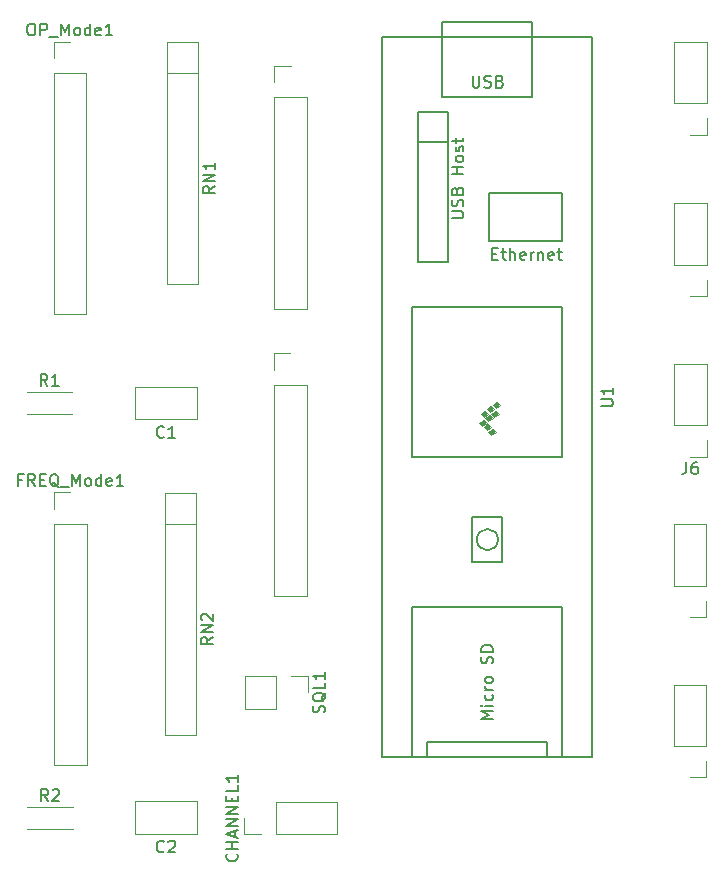
<source format=gto>
G04 #@! TF.GenerationSoftware,KiCad,Pcbnew,9.0.4*
G04 #@! TF.CreationDate,2025-09-25T22:40:15-06:00*
G04 #@! TF.ProjectId,Teensy_Controler,5465656e-7379-45f4-936f-6e74726f6c65,rev?*
G04 #@! TF.SameCoordinates,Original*
G04 #@! TF.FileFunction,Legend,Top*
G04 #@! TF.FilePolarity,Positive*
%FSLAX46Y46*%
G04 Gerber Fmt 4.6, Leading zero omitted, Abs format (unit mm)*
G04 Created by KiCad (PCBNEW 9.0.4) date 2025-09-25 22:40:15*
%MOMM*%
%LPD*%
G01*
G04 APERTURE LIST*
%ADD10C,0.150000*%
%ADD11C,0.120000*%
%ADD12C,0.100000*%
G04 APERTURE END LIST*
D10*
X121398180Y-130023809D02*
X121445800Y-130071428D01*
X121445800Y-130071428D02*
X121493419Y-130214285D01*
X121493419Y-130214285D02*
X121493419Y-130309523D01*
X121493419Y-130309523D02*
X121445800Y-130452380D01*
X121445800Y-130452380D02*
X121350561Y-130547618D01*
X121350561Y-130547618D02*
X121255323Y-130595237D01*
X121255323Y-130595237D02*
X121064847Y-130642856D01*
X121064847Y-130642856D02*
X120921990Y-130642856D01*
X120921990Y-130642856D02*
X120731514Y-130595237D01*
X120731514Y-130595237D02*
X120636276Y-130547618D01*
X120636276Y-130547618D02*
X120541038Y-130452380D01*
X120541038Y-130452380D02*
X120493419Y-130309523D01*
X120493419Y-130309523D02*
X120493419Y-130214285D01*
X120493419Y-130214285D02*
X120541038Y-130071428D01*
X120541038Y-130071428D02*
X120588657Y-130023809D01*
X121493419Y-129595237D02*
X120493419Y-129595237D01*
X120969609Y-129595237D02*
X120969609Y-129023809D01*
X121493419Y-129023809D02*
X120493419Y-129023809D01*
X121207704Y-128595237D02*
X121207704Y-128119047D01*
X121493419Y-128690475D02*
X120493419Y-128357142D01*
X120493419Y-128357142D02*
X121493419Y-128023809D01*
X121493419Y-127690475D02*
X120493419Y-127690475D01*
X120493419Y-127690475D02*
X121493419Y-127119047D01*
X121493419Y-127119047D02*
X120493419Y-127119047D01*
X121493419Y-126642856D02*
X120493419Y-126642856D01*
X120493419Y-126642856D02*
X121493419Y-126071428D01*
X121493419Y-126071428D02*
X120493419Y-126071428D01*
X120969609Y-125595237D02*
X120969609Y-125261904D01*
X121493419Y-125119047D02*
X121493419Y-125595237D01*
X121493419Y-125595237D02*
X120493419Y-125595237D01*
X120493419Y-125595237D02*
X120493419Y-125119047D01*
X121493419Y-124214285D02*
X121493419Y-124690475D01*
X121493419Y-124690475D02*
X120493419Y-124690475D01*
X121493419Y-123357142D02*
X121493419Y-123928570D01*
X121493419Y-123642856D02*
X120493419Y-123642856D01*
X120493419Y-123642856D02*
X120636276Y-123738094D01*
X120636276Y-123738094D02*
X120731514Y-123833332D01*
X120731514Y-123833332D02*
X120779133Y-123928570D01*
X115220133Y-94705980D02*
X115172514Y-94753600D01*
X115172514Y-94753600D02*
X115029657Y-94801219D01*
X115029657Y-94801219D02*
X114934419Y-94801219D01*
X114934419Y-94801219D02*
X114791562Y-94753600D01*
X114791562Y-94753600D02*
X114696324Y-94658361D01*
X114696324Y-94658361D02*
X114648705Y-94563123D01*
X114648705Y-94563123D02*
X114601086Y-94372647D01*
X114601086Y-94372647D02*
X114601086Y-94229790D01*
X114601086Y-94229790D02*
X114648705Y-94039314D01*
X114648705Y-94039314D02*
X114696324Y-93944076D01*
X114696324Y-93944076D02*
X114791562Y-93848838D01*
X114791562Y-93848838D02*
X114934419Y-93801219D01*
X114934419Y-93801219D02*
X115029657Y-93801219D01*
X115029657Y-93801219D02*
X115172514Y-93848838D01*
X115172514Y-93848838D02*
X115220133Y-93896457D01*
X116172514Y-94801219D02*
X115601086Y-94801219D01*
X115886800Y-94801219D02*
X115886800Y-93801219D01*
X115886800Y-93801219D02*
X115791562Y-93944076D01*
X115791562Y-93944076D02*
X115696324Y-94039314D01*
X115696324Y-94039314D02*
X115601086Y-94086933D01*
X128796600Y-118047875D02*
X128844219Y-117905018D01*
X128844219Y-117905018D02*
X128844219Y-117666923D01*
X128844219Y-117666923D02*
X128796600Y-117571685D01*
X128796600Y-117571685D02*
X128748980Y-117524066D01*
X128748980Y-117524066D02*
X128653742Y-117476447D01*
X128653742Y-117476447D02*
X128558504Y-117476447D01*
X128558504Y-117476447D02*
X128463266Y-117524066D01*
X128463266Y-117524066D02*
X128415647Y-117571685D01*
X128415647Y-117571685D02*
X128368028Y-117666923D01*
X128368028Y-117666923D02*
X128320409Y-117857399D01*
X128320409Y-117857399D02*
X128272790Y-117952637D01*
X128272790Y-117952637D02*
X128225171Y-118000256D01*
X128225171Y-118000256D02*
X128129933Y-118047875D01*
X128129933Y-118047875D02*
X128034695Y-118047875D01*
X128034695Y-118047875D02*
X127939457Y-118000256D01*
X127939457Y-118000256D02*
X127891838Y-117952637D01*
X127891838Y-117952637D02*
X127844219Y-117857399D01*
X127844219Y-117857399D02*
X127844219Y-117619304D01*
X127844219Y-117619304D02*
X127891838Y-117476447D01*
X128939457Y-116381209D02*
X128891838Y-116476447D01*
X128891838Y-116476447D02*
X128796600Y-116571685D01*
X128796600Y-116571685D02*
X128653742Y-116714542D01*
X128653742Y-116714542D02*
X128606123Y-116809780D01*
X128606123Y-116809780D02*
X128606123Y-116905018D01*
X128844219Y-116857399D02*
X128796600Y-116952637D01*
X128796600Y-116952637D02*
X128701361Y-117047875D01*
X128701361Y-117047875D02*
X128510885Y-117095494D01*
X128510885Y-117095494D02*
X128177552Y-117095494D01*
X128177552Y-117095494D02*
X127987076Y-117047875D01*
X127987076Y-117047875D02*
X127891838Y-116952637D01*
X127891838Y-116952637D02*
X127844219Y-116857399D01*
X127844219Y-116857399D02*
X127844219Y-116666923D01*
X127844219Y-116666923D02*
X127891838Y-116571685D01*
X127891838Y-116571685D02*
X127987076Y-116476447D01*
X127987076Y-116476447D02*
X128177552Y-116428828D01*
X128177552Y-116428828D02*
X128510885Y-116428828D01*
X128510885Y-116428828D02*
X128701361Y-116476447D01*
X128701361Y-116476447D02*
X128796600Y-116571685D01*
X128796600Y-116571685D02*
X128844219Y-116666923D01*
X128844219Y-116666923D02*
X128844219Y-116857399D01*
X128844219Y-115524066D02*
X128844219Y-116000256D01*
X128844219Y-116000256D02*
X127844219Y-116000256D01*
X128844219Y-114666923D02*
X128844219Y-115238351D01*
X128844219Y-114952637D02*
X127844219Y-114952637D01*
X127844219Y-114952637D02*
X127987076Y-115047875D01*
X127987076Y-115047875D02*
X128082314Y-115143113D01*
X128082314Y-115143113D02*
X128129933Y-115238351D01*
X105421133Y-125560219D02*
X105087800Y-125084028D01*
X104849705Y-125560219D02*
X104849705Y-124560219D01*
X104849705Y-124560219D02*
X105230657Y-124560219D01*
X105230657Y-124560219D02*
X105325895Y-124607838D01*
X105325895Y-124607838D02*
X105373514Y-124655457D01*
X105373514Y-124655457D02*
X105421133Y-124750695D01*
X105421133Y-124750695D02*
X105421133Y-124893552D01*
X105421133Y-124893552D02*
X105373514Y-124988790D01*
X105373514Y-124988790D02*
X105325895Y-125036409D01*
X105325895Y-125036409D02*
X105230657Y-125084028D01*
X105230657Y-125084028D02*
X104849705Y-125084028D01*
X105802086Y-124655457D02*
X105849705Y-124607838D01*
X105849705Y-124607838D02*
X105944943Y-124560219D01*
X105944943Y-124560219D02*
X106183038Y-124560219D01*
X106183038Y-124560219D02*
X106278276Y-124607838D01*
X106278276Y-124607838D02*
X106325895Y-124655457D01*
X106325895Y-124655457D02*
X106373514Y-124750695D01*
X106373514Y-124750695D02*
X106373514Y-124845933D01*
X106373514Y-124845933D02*
X106325895Y-124988790D01*
X106325895Y-124988790D02*
X105754467Y-125560219D01*
X105754467Y-125560219D02*
X106373514Y-125560219D01*
X103219761Y-98363609D02*
X102886428Y-98363609D01*
X102886428Y-98887419D02*
X102886428Y-97887419D01*
X102886428Y-97887419D02*
X103362618Y-97887419D01*
X104314999Y-98887419D02*
X103981666Y-98411228D01*
X103743571Y-98887419D02*
X103743571Y-97887419D01*
X103743571Y-97887419D02*
X104124523Y-97887419D01*
X104124523Y-97887419D02*
X104219761Y-97935038D01*
X104219761Y-97935038D02*
X104267380Y-97982657D01*
X104267380Y-97982657D02*
X104314999Y-98077895D01*
X104314999Y-98077895D02*
X104314999Y-98220752D01*
X104314999Y-98220752D02*
X104267380Y-98315990D01*
X104267380Y-98315990D02*
X104219761Y-98363609D01*
X104219761Y-98363609D02*
X104124523Y-98411228D01*
X104124523Y-98411228D02*
X103743571Y-98411228D01*
X104743571Y-98363609D02*
X105076904Y-98363609D01*
X105219761Y-98887419D02*
X104743571Y-98887419D01*
X104743571Y-98887419D02*
X104743571Y-97887419D01*
X104743571Y-97887419D02*
X105219761Y-97887419D01*
X106314999Y-98982657D02*
X106219761Y-98935038D01*
X106219761Y-98935038D02*
X106124523Y-98839800D01*
X106124523Y-98839800D02*
X105981666Y-98696942D01*
X105981666Y-98696942D02*
X105886428Y-98649323D01*
X105886428Y-98649323D02*
X105791190Y-98649323D01*
X105838809Y-98887419D02*
X105743571Y-98839800D01*
X105743571Y-98839800D02*
X105648333Y-98744561D01*
X105648333Y-98744561D02*
X105600714Y-98554085D01*
X105600714Y-98554085D02*
X105600714Y-98220752D01*
X105600714Y-98220752D02*
X105648333Y-98030276D01*
X105648333Y-98030276D02*
X105743571Y-97935038D01*
X105743571Y-97935038D02*
X105838809Y-97887419D01*
X105838809Y-97887419D02*
X106029285Y-97887419D01*
X106029285Y-97887419D02*
X106124523Y-97935038D01*
X106124523Y-97935038D02*
X106219761Y-98030276D01*
X106219761Y-98030276D02*
X106267380Y-98220752D01*
X106267380Y-98220752D02*
X106267380Y-98554085D01*
X106267380Y-98554085D02*
X106219761Y-98744561D01*
X106219761Y-98744561D02*
X106124523Y-98839800D01*
X106124523Y-98839800D02*
X106029285Y-98887419D01*
X106029285Y-98887419D02*
X105838809Y-98887419D01*
X106457857Y-98982657D02*
X107219761Y-98982657D01*
X107457857Y-98887419D02*
X107457857Y-97887419D01*
X107457857Y-97887419D02*
X107791190Y-98601704D01*
X107791190Y-98601704D02*
X108124523Y-97887419D01*
X108124523Y-97887419D02*
X108124523Y-98887419D01*
X108743571Y-98887419D02*
X108648333Y-98839800D01*
X108648333Y-98839800D02*
X108600714Y-98792180D01*
X108600714Y-98792180D02*
X108553095Y-98696942D01*
X108553095Y-98696942D02*
X108553095Y-98411228D01*
X108553095Y-98411228D02*
X108600714Y-98315990D01*
X108600714Y-98315990D02*
X108648333Y-98268371D01*
X108648333Y-98268371D02*
X108743571Y-98220752D01*
X108743571Y-98220752D02*
X108886428Y-98220752D01*
X108886428Y-98220752D02*
X108981666Y-98268371D01*
X108981666Y-98268371D02*
X109029285Y-98315990D01*
X109029285Y-98315990D02*
X109076904Y-98411228D01*
X109076904Y-98411228D02*
X109076904Y-98696942D01*
X109076904Y-98696942D02*
X109029285Y-98792180D01*
X109029285Y-98792180D02*
X108981666Y-98839800D01*
X108981666Y-98839800D02*
X108886428Y-98887419D01*
X108886428Y-98887419D02*
X108743571Y-98887419D01*
X109934047Y-98887419D02*
X109934047Y-97887419D01*
X109934047Y-98839800D02*
X109838809Y-98887419D01*
X109838809Y-98887419D02*
X109648333Y-98887419D01*
X109648333Y-98887419D02*
X109553095Y-98839800D01*
X109553095Y-98839800D02*
X109505476Y-98792180D01*
X109505476Y-98792180D02*
X109457857Y-98696942D01*
X109457857Y-98696942D02*
X109457857Y-98411228D01*
X109457857Y-98411228D02*
X109505476Y-98315990D01*
X109505476Y-98315990D02*
X109553095Y-98268371D01*
X109553095Y-98268371D02*
X109648333Y-98220752D01*
X109648333Y-98220752D02*
X109838809Y-98220752D01*
X109838809Y-98220752D02*
X109934047Y-98268371D01*
X110791190Y-98839800D02*
X110695952Y-98887419D01*
X110695952Y-98887419D02*
X110505476Y-98887419D01*
X110505476Y-98887419D02*
X110410238Y-98839800D01*
X110410238Y-98839800D02*
X110362619Y-98744561D01*
X110362619Y-98744561D02*
X110362619Y-98363609D01*
X110362619Y-98363609D02*
X110410238Y-98268371D01*
X110410238Y-98268371D02*
X110505476Y-98220752D01*
X110505476Y-98220752D02*
X110695952Y-98220752D01*
X110695952Y-98220752D02*
X110791190Y-98268371D01*
X110791190Y-98268371D02*
X110838809Y-98363609D01*
X110838809Y-98363609D02*
X110838809Y-98458847D01*
X110838809Y-98458847D02*
X110362619Y-98554085D01*
X111791190Y-98887419D02*
X111219762Y-98887419D01*
X111505476Y-98887419D02*
X111505476Y-97887419D01*
X111505476Y-97887419D02*
X111410238Y-98030276D01*
X111410238Y-98030276D02*
X111315000Y-98125514D01*
X111315000Y-98125514D02*
X111219762Y-98173133D01*
X159458066Y-96856219D02*
X159458066Y-97570504D01*
X159458066Y-97570504D02*
X159410447Y-97713361D01*
X159410447Y-97713361D02*
X159315209Y-97808600D01*
X159315209Y-97808600D02*
X159172352Y-97856219D01*
X159172352Y-97856219D02*
X159077114Y-97856219D01*
X160362828Y-96856219D02*
X160172352Y-96856219D01*
X160172352Y-96856219D02*
X160077114Y-96903838D01*
X160077114Y-96903838D02*
X160029495Y-96951457D01*
X160029495Y-96951457D02*
X159934257Y-97094314D01*
X159934257Y-97094314D02*
X159886638Y-97284790D01*
X159886638Y-97284790D02*
X159886638Y-97665742D01*
X159886638Y-97665742D02*
X159934257Y-97760980D01*
X159934257Y-97760980D02*
X159981876Y-97808600D01*
X159981876Y-97808600D02*
X160077114Y-97856219D01*
X160077114Y-97856219D02*
X160267590Y-97856219D01*
X160267590Y-97856219D02*
X160362828Y-97808600D01*
X160362828Y-97808600D02*
X160410447Y-97760980D01*
X160410447Y-97760980D02*
X160458066Y-97665742D01*
X160458066Y-97665742D02*
X160458066Y-97427647D01*
X160458066Y-97427647D02*
X160410447Y-97332409D01*
X160410447Y-97332409D02*
X160362828Y-97284790D01*
X160362828Y-97284790D02*
X160267590Y-97237171D01*
X160267590Y-97237171D02*
X160077114Y-97237171D01*
X160077114Y-97237171D02*
X159981876Y-97284790D01*
X159981876Y-97284790D02*
X159934257Y-97332409D01*
X159934257Y-97332409D02*
X159886638Y-97427647D01*
X115220133Y-129808780D02*
X115172514Y-129856400D01*
X115172514Y-129856400D02*
X115029657Y-129904019D01*
X115029657Y-129904019D02*
X114934419Y-129904019D01*
X114934419Y-129904019D02*
X114791562Y-129856400D01*
X114791562Y-129856400D02*
X114696324Y-129761161D01*
X114696324Y-129761161D02*
X114648705Y-129665923D01*
X114648705Y-129665923D02*
X114601086Y-129475447D01*
X114601086Y-129475447D02*
X114601086Y-129332590D01*
X114601086Y-129332590D02*
X114648705Y-129142114D01*
X114648705Y-129142114D02*
X114696324Y-129046876D01*
X114696324Y-129046876D02*
X114791562Y-128951638D01*
X114791562Y-128951638D02*
X114934419Y-128904019D01*
X114934419Y-128904019D02*
X115029657Y-128904019D01*
X115029657Y-128904019D02*
X115172514Y-128951638D01*
X115172514Y-128951638D02*
X115220133Y-128999257D01*
X115601086Y-128999257D02*
X115648705Y-128951638D01*
X115648705Y-128951638D02*
X115743943Y-128904019D01*
X115743943Y-128904019D02*
X115982038Y-128904019D01*
X115982038Y-128904019D02*
X116077276Y-128951638D01*
X116077276Y-128951638D02*
X116124895Y-128999257D01*
X116124895Y-128999257D02*
X116172514Y-129094495D01*
X116172514Y-129094495D02*
X116172514Y-129189733D01*
X116172514Y-129189733D02*
X116124895Y-129332590D01*
X116124895Y-129332590D02*
X115553467Y-129904019D01*
X115553467Y-129904019D02*
X116172514Y-129904019D01*
X105370333Y-90406619D02*
X105037000Y-89930428D01*
X104798905Y-90406619D02*
X104798905Y-89406619D01*
X104798905Y-89406619D02*
X105179857Y-89406619D01*
X105179857Y-89406619D02*
X105275095Y-89454238D01*
X105275095Y-89454238D02*
X105322714Y-89501857D01*
X105322714Y-89501857D02*
X105370333Y-89597095D01*
X105370333Y-89597095D02*
X105370333Y-89739952D01*
X105370333Y-89739952D02*
X105322714Y-89835190D01*
X105322714Y-89835190D02*
X105275095Y-89882809D01*
X105275095Y-89882809D02*
X105179857Y-89930428D01*
X105179857Y-89930428D02*
X104798905Y-89930428D01*
X106322714Y-90406619D02*
X105751286Y-90406619D01*
X106037000Y-90406619D02*
X106037000Y-89406619D01*
X106037000Y-89406619D02*
X105941762Y-89549476D01*
X105941762Y-89549476D02*
X105846524Y-89644714D01*
X105846524Y-89644714D02*
X105751286Y-89692333D01*
X119528619Y-73512276D02*
X119052428Y-73845609D01*
X119528619Y-74083704D02*
X118528619Y-74083704D01*
X118528619Y-74083704D02*
X118528619Y-73702752D01*
X118528619Y-73702752D02*
X118576238Y-73607514D01*
X118576238Y-73607514D02*
X118623857Y-73559895D01*
X118623857Y-73559895D02*
X118719095Y-73512276D01*
X118719095Y-73512276D02*
X118861952Y-73512276D01*
X118861952Y-73512276D02*
X118957190Y-73559895D01*
X118957190Y-73559895D02*
X119004809Y-73607514D01*
X119004809Y-73607514D02*
X119052428Y-73702752D01*
X119052428Y-73702752D02*
X119052428Y-74083704D01*
X119528619Y-73083704D02*
X118528619Y-73083704D01*
X118528619Y-73083704D02*
X119528619Y-72512276D01*
X119528619Y-72512276D02*
X118528619Y-72512276D01*
X119528619Y-71512276D02*
X119528619Y-72083704D01*
X119528619Y-71797990D02*
X118528619Y-71797990D01*
X118528619Y-71797990D02*
X118671476Y-71893228D01*
X118671476Y-71893228D02*
X118766714Y-71988466D01*
X118766714Y-71988466D02*
X118814333Y-72083704D01*
X119376219Y-111688476D02*
X118900028Y-112021809D01*
X119376219Y-112259904D02*
X118376219Y-112259904D01*
X118376219Y-112259904D02*
X118376219Y-111878952D01*
X118376219Y-111878952D02*
X118423838Y-111783714D01*
X118423838Y-111783714D02*
X118471457Y-111736095D01*
X118471457Y-111736095D02*
X118566695Y-111688476D01*
X118566695Y-111688476D02*
X118709552Y-111688476D01*
X118709552Y-111688476D02*
X118804790Y-111736095D01*
X118804790Y-111736095D02*
X118852409Y-111783714D01*
X118852409Y-111783714D02*
X118900028Y-111878952D01*
X118900028Y-111878952D02*
X118900028Y-112259904D01*
X119376219Y-111259904D02*
X118376219Y-111259904D01*
X118376219Y-111259904D02*
X119376219Y-110688476D01*
X119376219Y-110688476D02*
X118376219Y-110688476D01*
X118471457Y-110259904D02*
X118423838Y-110212285D01*
X118423838Y-110212285D02*
X118376219Y-110117047D01*
X118376219Y-110117047D02*
X118376219Y-109878952D01*
X118376219Y-109878952D02*
X118423838Y-109783714D01*
X118423838Y-109783714D02*
X118471457Y-109736095D01*
X118471457Y-109736095D02*
X118566695Y-109688476D01*
X118566695Y-109688476D02*
X118661933Y-109688476D01*
X118661933Y-109688476D02*
X118804790Y-109736095D01*
X118804790Y-109736095D02*
X119376219Y-110307523D01*
X119376219Y-110307523D02*
X119376219Y-109688476D01*
X103907057Y-59736619D02*
X104097533Y-59736619D01*
X104097533Y-59736619D02*
X104192771Y-59784238D01*
X104192771Y-59784238D02*
X104288009Y-59879476D01*
X104288009Y-59879476D02*
X104335628Y-60069952D01*
X104335628Y-60069952D02*
X104335628Y-60403285D01*
X104335628Y-60403285D02*
X104288009Y-60593761D01*
X104288009Y-60593761D02*
X104192771Y-60689000D01*
X104192771Y-60689000D02*
X104097533Y-60736619D01*
X104097533Y-60736619D02*
X103907057Y-60736619D01*
X103907057Y-60736619D02*
X103811819Y-60689000D01*
X103811819Y-60689000D02*
X103716581Y-60593761D01*
X103716581Y-60593761D02*
X103668962Y-60403285D01*
X103668962Y-60403285D02*
X103668962Y-60069952D01*
X103668962Y-60069952D02*
X103716581Y-59879476D01*
X103716581Y-59879476D02*
X103811819Y-59784238D01*
X103811819Y-59784238D02*
X103907057Y-59736619D01*
X104764200Y-60736619D02*
X104764200Y-59736619D01*
X104764200Y-59736619D02*
X105145152Y-59736619D01*
X105145152Y-59736619D02*
X105240390Y-59784238D01*
X105240390Y-59784238D02*
X105288009Y-59831857D01*
X105288009Y-59831857D02*
X105335628Y-59927095D01*
X105335628Y-59927095D02*
X105335628Y-60069952D01*
X105335628Y-60069952D02*
X105288009Y-60165190D01*
X105288009Y-60165190D02*
X105240390Y-60212809D01*
X105240390Y-60212809D02*
X105145152Y-60260428D01*
X105145152Y-60260428D02*
X104764200Y-60260428D01*
X105526105Y-60831857D02*
X106288009Y-60831857D01*
X106526105Y-60736619D02*
X106526105Y-59736619D01*
X106526105Y-59736619D02*
X106859438Y-60450904D01*
X106859438Y-60450904D02*
X107192771Y-59736619D01*
X107192771Y-59736619D02*
X107192771Y-60736619D01*
X107811819Y-60736619D02*
X107716581Y-60689000D01*
X107716581Y-60689000D02*
X107668962Y-60641380D01*
X107668962Y-60641380D02*
X107621343Y-60546142D01*
X107621343Y-60546142D02*
X107621343Y-60260428D01*
X107621343Y-60260428D02*
X107668962Y-60165190D01*
X107668962Y-60165190D02*
X107716581Y-60117571D01*
X107716581Y-60117571D02*
X107811819Y-60069952D01*
X107811819Y-60069952D02*
X107954676Y-60069952D01*
X107954676Y-60069952D02*
X108049914Y-60117571D01*
X108049914Y-60117571D02*
X108097533Y-60165190D01*
X108097533Y-60165190D02*
X108145152Y-60260428D01*
X108145152Y-60260428D02*
X108145152Y-60546142D01*
X108145152Y-60546142D02*
X108097533Y-60641380D01*
X108097533Y-60641380D02*
X108049914Y-60689000D01*
X108049914Y-60689000D02*
X107954676Y-60736619D01*
X107954676Y-60736619D02*
X107811819Y-60736619D01*
X109002295Y-60736619D02*
X109002295Y-59736619D01*
X109002295Y-60689000D02*
X108907057Y-60736619D01*
X108907057Y-60736619D02*
X108716581Y-60736619D01*
X108716581Y-60736619D02*
X108621343Y-60689000D01*
X108621343Y-60689000D02*
X108573724Y-60641380D01*
X108573724Y-60641380D02*
X108526105Y-60546142D01*
X108526105Y-60546142D02*
X108526105Y-60260428D01*
X108526105Y-60260428D02*
X108573724Y-60165190D01*
X108573724Y-60165190D02*
X108621343Y-60117571D01*
X108621343Y-60117571D02*
X108716581Y-60069952D01*
X108716581Y-60069952D02*
X108907057Y-60069952D01*
X108907057Y-60069952D02*
X109002295Y-60117571D01*
X109859438Y-60689000D02*
X109764200Y-60736619D01*
X109764200Y-60736619D02*
X109573724Y-60736619D01*
X109573724Y-60736619D02*
X109478486Y-60689000D01*
X109478486Y-60689000D02*
X109430867Y-60593761D01*
X109430867Y-60593761D02*
X109430867Y-60212809D01*
X109430867Y-60212809D02*
X109478486Y-60117571D01*
X109478486Y-60117571D02*
X109573724Y-60069952D01*
X109573724Y-60069952D02*
X109764200Y-60069952D01*
X109764200Y-60069952D02*
X109859438Y-60117571D01*
X109859438Y-60117571D02*
X109907057Y-60212809D01*
X109907057Y-60212809D02*
X109907057Y-60308047D01*
X109907057Y-60308047D02*
X109430867Y-60403285D01*
X110859438Y-60736619D02*
X110288010Y-60736619D01*
X110573724Y-60736619D02*
X110573724Y-59736619D01*
X110573724Y-59736619D02*
X110478486Y-59879476D01*
X110478486Y-59879476D02*
X110383248Y-59974714D01*
X110383248Y-59974714D02*
X110288010Y-60022333D01*
X152235819Y-92125704D02*
X153045342Y-92125704D01*
X153045342Y-92125704D02*
X153140580Y-92078085D01*
X153140580Y-92078085D02*
X153188200Y-92030466D01*
X153188200Y-92030466D02*
X153235819Y-91935228D01*
X153235819Y-91935228D02*
X153235819Y-91744752D01*
X153235819Y-91744752D02*
X153188200Y-91649514D01*
X153188200Y-91649514D02*
X153140580Y-91601895D01*
X153140580Y-91601895D02*
X153045342Y-91554276D01*
X153045342Y-91554276D02*
X152235819Y-91554276D01*
X153235819Y-90554276D02*
X153235819Y-91125704D01*
X153235819Y-90839990D02*
X152235819Y-90839990D01*
X152235819Y-90839990D02*
X152378676Y-90935228D01*
X152378676Y-90935228D02*
X152473914Y-91030466D01*
X152473914Y-91030466D02*
X152521533Y-91125704D01*
X143075819Y-118612847D02*
X142075819Y-118612847D01*
X142075819Y-118612847D02*
X142790104Y-118279514D01*
X142790104Y-118279514D02*
X142075819Y-117946181D01*
X142075819Y-117946181D02*
X143075819Y-117946181D01*
X143075819Y-117469990D02*
X142409152Y-117469990D01*
X142075819Y-117469990D02*
X142123438Y-117517609D01*
X142123438Y-117517609D02*
X142171057Y-117469990D01*
X142171057Y-117469990D02*
X142123438Y-117422371D01*
X142123438Y-117422371D02*
X142075819Y-117469990D01*
X142075819Y-117469990D02*
X142171057Y-117469990D01*
X143028200Y-116565229D02*
X143075819Y-116660467D01*
X143075819Y-116660467D02*
X143075819Y-116850943D01*
X143075819Y-116850943D02*
X143028200Y-116946181D01*
X143028200Y-116946181D02*
X142980580Y-116993800D01*
X142980580Y-116993800D02*
X142885342Y-117041419D01*
X142885342Y-117041419D02*
X142599628Y-117041419D01*
X142599628Y-117041419D02*
X142504390Y-116993800D01*
X142504390Y-116993800D02*
X142456771Y-116946181D01*
X142456771Y-116946181D02*
X142409152Y-116850943D01*
X142409152Y-116850943D02*
X142409152Y-116660467D01*
X142409152Y-116660467D02*
X142456771Y-116565229D01*
X143075819Y-116136657D02*
X142409152Y-116136657D01*
X142599628Y-116136657D02*
X142504390Y-116089038D01*
X142504390Y-116089038D02*
X142456771Y-116041419D01*
X142456771Y-116041419D02*
X142409152Y-115946181D01*
X142409152Y-115946181D02*
X142409152Y-115850943D01*
X143075819Y-115374752D02*
X143028200Y-115469990D01*
X143028200Y-115469990D02*
X142980580Y-115517609D01*
X142980580Y-115517609D02*
X142885342Y-115565228D01*
X142885342Y-115565228D02*
X142599628Y-115565228D01*
X142599628Y-115565228D02*
X142504390Y-115517609D01*
X142504390Y-115517609D02*
X142456771Y-115469990D01*
X142456771Y-115469990D02*
X142409152Y-115374752D01*
X142409152Y-115374752D02*
X142409152Y-115231895D01*
X142409152Y-115231895D02*
X142456771Y-115136657D01*
X142456771Y-115136657D02*
X142504390Y-115089038D01*
X142504390Y-115089038D02*
X142599628Y-115041419D01*
X142599628Y-115041419D02*
X142885342Y-115041419D01*
X142885342Y-115041419D02*
X142980580Y-115089038D01*
X142980580Y-115089038D02*
X143028200Y-115136657D01*
X143028200Y-115136657D02*
X143075819Y-115231895D01*
X143075819Y-115231895D02*
X143075819Y-115374752D01*
X143028200Y-113898561D02*
X143075819Y-113755704D01*
X143075819Y-113755704D02*
X143075819Y-113517609D01*
X143075819Y-113517609D02*
X143028200Y-113422371D01*
X143028200Y-113422371D02*
X142980580Y-113374752D01*
X142980580Y-113374752D02*
X142885342Y-113327133D01*
X142885342Y-113327133D02*
X142790104Y-113327133D01*
X142790104Y-113327133D02*
X142694866Y-113374752D01*
X142694866Y-113374752D02*
X142647247Y-113422371D01*
X142647247Y-113422371D02*
X142599628Y-113517609D01*
X142599628Y-113517609D02*
X142552009Y-113708085D01*
X142552009Y-113708085D02*
X142504390Y-113803323D01*
X142504390Y-113803323D02*
X142456771Y-113850942D01*
X142456771Y-113850942D02*
X142361533Y-113898561D01*
X142361533Y-113898561D02*
X142266295Y-113898561D01*
X142266295Y-113898561D02*
X142171057Y-113850942D01*
X142171057Y-113850942D02*
X142123438Y-113803323D01*
X142123438Y-113803323D02*
X142075819Y-113708085D01*
X142075819Y-113708085D02*
X142075819Y-113469990D01*
X142075819Y-113469990D02*
X142123438Y-113327133D01*
X143075819Y-112898561D02*
X142075819Y-112898561D01*
X142075819Y-112898561D02*
X142075819Y-112660466D01*
X142075819Y-112660466D02*
X142123438Y-112517609D01*
X142123438Y-112517609D02*
X142218676Y-112422371D01*
X142218676Y-112422371D02*
X142313914Y-112374752D01*
X142313914Y-112374752D02*
X142504390Y-112327133D01*
X142504390Y-112327133D02*
X142647247Y-112327133D01*
X142647247Y-112327133D02*
X142837723Y-112374752D01*
X142837723Y-112374752D02*
X142932961Y-112422371D01*
X142932961Y-112422371D02*
X143028200Y-112517609D01*
X143028200Y-112517609D02*
X143075819Y-112660466D01*
X143075819Y-112660466D02*
X143075819Y-112898561D01*
X139586619Y-76207523D02*
X140396142Y-76207523D01*
X140396142Y-76207523D02*
X140491380Y-76159904D01*
X140491380Y-76159904D02*
X140539000Y-76112285D01*
X140539000Y-76112285D02*
X140586619Y-76017047D01*
X140586619Y-76017047D02*
X140586619Y-75826571D01*
X140586619Y-75826571D02*
X140539000Y-75731333D01*
X140539000Y-75731333D02*
X140491380Y-75683714D01*
X140491380Y-75683714D02*
X140396142Y-75636095D01*
X140396142Y-75636095D02*
X139586619Y-75636095D01*
X140539000Y-75207523D02*
X140586619Y-75064666D01*
X140586619Y-75064666D02*
X140586619Y-74826571D01*
X140586619Y-74826571D02*
X140539000Y-74731333D01*
X140539000Y-74731333D02*
X140491380Y-74683714D01*
X140491380Y-74683714D02*
X140396142Y-74636095D01*
X140396142Y-74636095D02*
X140300904Y-74636095D01*
X140300904Y-74636095D02*
X140205666Y-74683714D01*
X140205666Y-74683714D02*
X140158047Y-74731333D01*
X140158047Y-74731333D02*
X140110428Y-74826571D01*
X140110428Y-74826571D02*
X140062809Y-75017047D01*
X140062809Y-75017047D02*
X140015190Y-75112285D01*
X140015190Y-75112285D02*
X139967571Y-75159904D01*
X139967571Y-75159904D02*
X139872333Y-75207523D01*
X139872333Y-75207523D02*
X139777095Y-75207523D01*
X139777095Y-75207523D02*
X139681857Y-75159904D01*
X139681857Y-75159904D02*
X139634238Y-75112285D01*
X139634238Y-75112285D02*
X139586619Y-75017047D01*
X139586619Y-75017047D02*
X139586619Y-74778952D01*
X139586619Y-74778952D02*
X139634238Y-74636095D01*
X140062809Y-73874190D02*
X140110428Y-73731333D01*
X140110428Y-73731333D02*
X140158047Y-73683714D01*
X140158047Y-73683714D02*
X140253285Y-73636095D01*
X140253285Y-73636095D02*
X140396142Y-73636095D01*
X140396142Y-73636095D02*
X140491380Y-73683714D01*
X140491380Y-73683714D02*
X140539000Y-73731333D01*
X140539000Y-73731333D02*
X140586619Y-73826571D01*
X140586619Y-73826571D02*
X140586619Y-74207523D01*
X140586619Y-74207523D02*
X139586619Y-74207523D01*
X139586619Y-74207523D02*
X139586619Y-73874190D01*
X139586619Y-73874190D02*
X139634238Y-73778952D01*
X139634238Y-73778952D02*
X139681857Y-73731333D01*
X139681857Y-73731333D02*
X139777095Y-73683714D01*
X139777095Y-73683714D02*
X139872333Y-73683714D01*
X139872333Y-73683714D02*
X139967571Y-73731333D01*
X139967571Y-73731333D02*
X140015190Y-73778952D01*
X140015190Y-73778952D02*
X140062809Y-73874190D01*
X140062809Y-73874190D02*
X140062809Y-74207523D01*
X140586619Y-72445618D02*
X139586619Y-72445618D01*
X140062809Y-72445618D02*
X140062809Y-71874190D01*
X140586619Y-71874190D02*
X139586619Y-71874190D01*
X140586619Y-71255142D02*
X140539000Y-71350380D01*
X140539000Y-71350380D02*
X140491380Y-71397999D01*
X140491380Y-71397999D02*
X140396142Y-71445618D01*
X140396142Y-71445618D02*
X140110428Y-71445618D01*
X140110428Y-71445618D02*
X140015190Y-71397999D01*
X140015190Y-71397999D02*
X139967571Y-71350380D01*
X139967571Y-71350380D02*
X139919952Y-71255142D01*
X139919952Y-71255142D02*
X139919952Y-71112285D01*
X139919952Y-71112285D02*
X139967571Y-71017047D01*
X139967571Y-71017047D02*
X140015190Y-70969428D01*
X140015190Y-70969428D02*
X140110428Y-70921809D01*
X140110428Y-70921809D02*
X140396142Y-70921809D01*
X140396142Y-70921809D02*
X140491380Y-70969428D01*
X140491380Y-70969428D02*
X140539000Y-71017047D01*
X140539000Y-71017047D02*
X140586619Y-71112285D01*
X140586619Y-71112285D02*
X140586619Y-71255142D01*
X140539000Y-70540856D02*
X140586619Y-70445618D01*
X140586619Y-70445618D02*
X140586619Y-70255142D01*
X140586619Y-70255142D02*
X140539000Y-70159904D01*
X140539000Y-70159904D02*
X140443761Y-70112285D01*
X140443761Y-70112285D02*
X140396142Y-70112285D01*
X140396142Y-70112285D02*
X140300904Y-70159904D01*
X140300904Y-70159904D02*
X140253285Y-70255142D01*
X140253285Y-70255142D02*
X140253285Y-70397999D01*
X140253285Y-70397999D02*
X140205666Y-70493237D01*
X140205666Y-70493237D02*
X140110428Y-70540856D01*
X140110428Y-70540856D02*
X140062809Y-70540856D01*
X140062809Y-70540856D02*
X139967571Y-70493237D01*
X139967571Y-70493237D02*
X139919952Y-70397999D01*
X139919952Y-70397999D02*
X139919952Y-70255142D01*
X139919952Y-70255142D02*
X139967571Y-70159904D01*
X139919952Y-69826570D02*
X139919952Y-69445618D01*
X139586619Y-69683713D02*
X140443761Y-69683713D01*
X140443761Y-69683713D02*
X140539000Y-69636094D01*
X140539000Y-69636094D02*
X140586619Y-69540856D01*
X140586619Y-69540856D02*
X140586619Y-69445618D01*
X141359095Y-64148619D02*
X141359095Y-64958142D01*
X141359095Y-64958142D02*
X141406714Y-65053380D01*
X141406714Y-65053380D02*
X141454333Y-65101000D01*
X141454333Y-65101000D02*
X141549571Y-65148619D01*
X141549571Y-65148619D02*
X141740047Y-65148619D01*
X141740047Y-65148619D02*
X141835285Y-65101000D01*
X141835285Y-65101000D02*
X141882904Y-65053380D01*
X141882904Y-65053380D02*
X141930523Y-64958142D01*
X141930523Y-64958142D02*
X141930523Y-64148619D01*
X142359095Y-65101000D02*
X142501952Y-65148619D01*
X142501952Y-65148619D02*
X142740047Y-65148619D01*
X142740047Y-65148619D02*
X142835285Y-65101000D01*
X142835285Y-65101000D02*
X142882904Y-65053380D01*
X142882904Y-65053380D02*
X142930523Y-64958142D01*
X142930523Y-64958142D02*
X142930523Y-64862904D01*
X142930523Y-64862904D02*
X142882904Y-64767666D01*
X142882904Y-64767666D02*
X142835285Y-64720047D01*
X142835285Y-64720047D02*
X142740047Y-64672428D01*
X142740047Y-64672428D02*
X142549571Y-64624809D01*
X142549571Y-64624809D02*
X142454333Y-64577190D01*
X142454333Y-64577190D02*
X142406714Y-64529571D01*
X142406714Y-64529571D02*
X142359095Y-64434333D01*
X142359095Y-64434333D02*
X142359095Y-64339095D01*
X142359095Y-64339095D02*
X142406714Y-64243857D01*
X142406714Y-64243857D02*
X142454333Y-64196238D01*
X142454333Y-64196238D02*
X142549571Y-64148619D01*
X142549571Y-64148619D02*
X142787666Y-64148619D01*
X142787666Y-64148619D02*
X142930523Y-64196238D01*
X143692428Y-64624809D02*
X143835285Y-64672428D01*
X143835285Y-64672428D02*
X143882904Y-64720047D01*
X143882904Y-64720047D02*
X143930523Y-64815285D01*
X143930523Y-64815285D02*
X143930523Y-64958142D01*
X143930523Y-64958142D02*
X143882904Y-65053380D01*
X143882904Y-65053380D02*
X143835285Y-65101000D01*
X143835285Y-65101000D02*
X143740047Y-65148619D01*
X143740047Y-65148619D02*
X143359095Y-65148619D01*
X143359095Y-65148619D02*
X143359095Y-64148619D01*
X143359095Y-64148619D02*
X143692428Y-64148619D01*
X143692428Y-64148619D02*
X143787666Y-64196238D01*
X143787666Y-64196238D02*
X143835285Y-64243857D01*
X143835285Y-64243857D02*
X143882904Y-64339095D01*
X143882904Y-64339095D02*
X143882904Y-64434333D01*
X143882904Y-64434333D02*
X143835285Y-64529571D01*
X143835285Y-64529571D02*
X143787666Y-64577190D01*
X143787666Y-64577190D02*
X143692428Y-64624809D01*
X143692428Y-64624809D02*
X143359095Y-64624809D01*
X143040456Y-79229809D02*
X143373789Y-79229809D01*
X143516646Y-79753619D02*
X143040456Y-79753619D01*
X143040456Y-79753619D02*
X143040456Y-78753619D01*
X143040456Y-78753619D02*
X143516646Y-78753619D01*
X143802361Y-79086952D02*
X144183313Y-79086952D01*
X143945218Y-78753619D02*
X143945218Y-79610761D01*
X143945218Y-79610761D02*
X143992837Y-79706000D01*
X143992837Y-79706000D02*
X144088075Y-79753619D01*
X144088075Y-79753619D02*
X144183313Y-79753619D01*
X144516647Y-79753619D02*
X144516647Y-78753619D01*
X144945218Y-79753619D02*
X144945218Y-79229809D01*
X144945218Y-79229809D02*
X144897599Y-79134571D01*
X144897599Y-79134571D02*
X144802361Y-79086952D01*
X144802361Y-79086952D02*
X144659504Y-79086952D01*
X144659504Y-79086952D02*
X144564266Y-79134571D01*
X144564266Y-79134571D02*
X144516647Y-79182190D01*
X145802361Y-79706000D02*
X145707123Y-79753619D01*
X145707123Y-79753619D02*
X145516647Y-79753619D01*
X145516647Y-79753619D02*
X145421409Y-79706000D01*
X145421409Y-79706000D02*
X145373790Y-79610761D01*
X145373790Y-79610761D02*
X145373790Y-79229809D01*
X145373790Y-79229809D02*
X145421409Y-79134571D01*
X145421409Y-79134571D02*
X145516647Y-79086952D01*
X145516647Y-79086952D02*
X145707123Y-79086952D01*
X145707123Y-79086952D02*
X145802361Y-79134571D01*
X145802361Y-79134571D02*
X145849980Y-79229809D01*
X145849980Y-79229809D02*
X145849980Y-79325047D01*
X145849980Y-79325047D02*
X145373790Y-79420285D01*
X146278552Y-79753619D02*
X146278552Y-79086952D01*
X146278552Y-79277428D02*
X146326171Y-79182190D01*
X146326171Y-79182190D02*
X146373790Y-79134571D01*
X146373790Y-79134571D02*
X146469028Y-79086952D01*
X146469028Y-79086952D02*
X146564266Y-79086952D01*
X146897600Y-79086952D02*
X146897600Y-79753619D01*
X146897600Y-79182190D02*
X146945219Y-79134571D01*
X146945219Y-79134571D02*
X147040457Y-79086952D01*
X147040457Y-79086952D02*
X147183314Y-79086952D01*
X147183314Y-79086952D02*
X147278552Y-79134571D01*
X147278552Y-79134571D02*
X147326171Y-79229809D01*
X147326171Y-79229809D02*
X147326171Y-79753619D01*
X148183314Y-79706000D02*
X148088076Y-79753619D01*
X148088076Y-79753619D02*
X147897600Y-79753619D01*
X147897600Y-79753619D02*
X147802362Y-79706000D01*
X147802362Y-79706000D02*
X147754743Y-79610761D01*
X147754743Y-79610761D02*
X147754743Y-79229809D01*
X147754743Y-79229809D02*
X147802362Y-79134571D01*
X147802362Y-79134571D02*
X147897600Y-79086952D01*
X147897600Y-79086952D02*
X148088076Y-79086952D01*
X148088076Y-79086952D02*
X148183314Y-79134571D01*
X148183314Y-79134571D02*
X148230933Y-79229809D01*
X148230933Y-79229809D02*
X148230933Y-79325047D01*
X148230933Y-79325047D02*
X147754743Y-79420285D01*
X148516648Y-79086952D02*
X148897600Y-79086952D01*
X148659505Y-78753619D02*
X148659505Y-79610761D01*
X148659505Y-79610761D02*
X148707124Y-79706000D01*
X148707124Y-79706000D02*
X148802362Y-79753619D01*
X148802362Y-79753619D02*
X148897600Y-79753619D01*
D11*
X122038600Y-128380000D02*
X122038600Y-127000000D01*
X123418600Y-128380000D02*
X122038600Y-128380000D01*
X124688600Y-125620000D02*
X129878600Y-125620000D01*
X124688600Y-128380000D02*
X124688600Y-125620000D01*
X124688600Y-128380000D02*
X129878600Y-128380000D01*
X129878600Y-128380000D02*
X129878600Y-125620000D01*
X112766800Y-90476400D02*
X118006800Y-90476400D01*
X112766800Y-93216400D02*
X112766800Y-90476400D01*
X118006800Y-90476400D02*
X118006800Y-93216400D01*
X118006800Y-93216400D02*
X112766800Y-93216400D01*
X122089400Y-114977400D02*
X122089400Y-117737400D01*
X124739400Y-114977400D02*
X122089400Y-114977400D01*
X124739400Y-114977400D02*
X124739400Y-117737400D01*
X124739400Y-117737400D02*
X122089400Y-117737400D01*
X126009400Y-114977400D02*
X127389400Y-114977400D01*
X127389400Y-114977400D02*
X127389400Y-116357400D01*
X158386000Y-120904000D02*
X158386000Y-115714000D01*
X161146000Y-115714000D02*
X158386000Y-115714000D01*
X161146000Y-120904000D02*
X158386000Y-120904000D01*
X161146000Y-120904000D02*
X161146000Y-115714000D01*
X161146000Y-122174000D02*
X161146000Y-123554000D01*
X161146000Y-123554000D02*
X159766000Y-123554000D01*
X103667800Y-126105400D02*
X107507800Y-126105400D01*
X103667800Y-127945400D02*
X107507800Y-127945400D01*
X124553200Y-87647000D02*
X125933200Y-87647000D01*
X124553200Y-89027000D02*
X124553200Y-87647000D01*
X124553200Y-90297000D02*
X124553200Y-108187000D01*
X124553200Y-90297000D02*
X127313200Y-90297000D01*
X124553200Y-108187000D02*
X127313200Y-108187000D01*
X127313200Y-90297000D02*
X127313200Y-108187000D01*
X158411400Y-66497200D02*
X158411400Y-61307200D01*
X161171400Y-61307200D02*
X158411400Y-61307200D01*
X161171400Y-66497200D02*
X158411400Y-66497200D01*
X161171400Y-66497200D02*
X161171400Y-61307200D01*
X161171400Y-67767200D02*
X161171400Y-69147200D01*
X161171400Y-69147200D02*
X159791400Y-69147200D01*
X105935000Y-99432600D02*
X107315000Y-99432600D01*
X105935000Y-100812600D02*
X105935000Y-99432600D01*
X105935000Y-102082600D02*
X105935000Y-122512600D01*
X105935000Y-102082600D02*
X108695000Y-102082600D01*
X105935000Y-122512600D02*
X108695000Y-122512600D01*
X108695000Y-102082600D02*
X108695000Y-122512600D01*
X158411400Y-93751400D02*
X158411400Y-88561400D01*
X161171400Y-88561400D02*
X158411400Y-88561400D01*
X161171400Y-93751400D02*
X158411400Y-93751400D01*
X161171400Y-93751400D02*
X161171400Y-88561400D01*
X161171400Y-95021400D02*
X161171400Y-96401400D01*
X161171400Y-96401400D02*
X159791400Y-96401400D01*
X112766800Y-125579200D02*
X118006800Y-125579200D01*
X112766800Y-128319200D02*
X112766800Y-125579200D01*
X118006800Y-125579200D02*
X118006800Y-128319200D01*
X118006800Y-128319200D02*
X112766800Y-128319200D01*
X158411400Y-80137000D02*
X158411400Y-74947000D01*
X161171400Y-74947000D02*
X158411400Y-74947000D01*
X161171400Y-80137000D02*
X158411400Y-80137000D01*
X161171400Y-80137000D02*
X161171400Y-74947000D01*
X161171400Y-81407000D02*
X161171400Y-82787000D01*
X161171400Y-82787000D02*
X159791400Y-82787000D01*
X103617000Y-90951800D02*
X107457000Y-90951800D01*
X103617000Y-92791800D02*
X107457000Y-92791800D01*
X124578600Y-63339200D02*
X125958600Y-63339200D01*
X124578600Y-64719200D02*
X124578600Y-63339200D01*
X124578600Y-65989200D02*
X124578600Y-83879200D01*
X124578600Y-65989200D02*
X127338600Y-65989200D01*
X124578600Y-83879200D02*
X127338600Y-83879200D01*
X127338600Y-65989200D02*
X127338600Y-83879200D01*
X115453800Y-61311800D02*
X115453800Y-81791800D01*
X115453800Y-81791800D02*
X118073800Y-81791800D01*
X118073800Y-61311800D02*
X115453800Y-61311800D01*
X118073800Y-63931800D02*
X115453800Y-63931800D01*
X118073800Y-81791800D02*
X118073800Y-61311800D01*
X115301400Y-99488000D02*
X115301400Y-119968000D01*
X115301400Y-119968000D02*
X117921400Y-119968000D01*
X117921400Y-99488000D02*
X115301400Y-99488000D01*
X117921400Y-102108000D02*
X115301400Y-102108000D01*
X117921400Y-119968000D02*
X117921400Y-99488000D01*
X105884200Y-61281800D02*
X107264200Y-61281800D01*
X105884200Y-62661800D02*
X105884200Y-61281800D01*
X105884200Y-63931800D02*
X105884200Y-84361800D01*
X105884200Y-63931800D02*
X108644200Y-63931800D01*
X105884200Y-84361800D02*
X108644200Y-84361800D01*
X108644200Y-63931800D02*
X108644200Y-84361800D01*
D10*
X133731000Y-60883800D02*
X151511000Y-60883800D01*
X133731000Y-121843800D02*
X133731000Y-60883800D01*
X136271000Y-83743800D02*
X136271000Y-96443800D01*
X136271000Y-96443800D02*
X148971000Y-96443800D01*
X136271000Y-109143800D02*
X136271000Y-121843800D01*
X136781800Y-67183000D02*
X139321800Y-67183000D01*
X136781800Y-79883000D02*
X136781800Y-67183000D01*
X137541000Y-120573800D02*
X137541000Y-121843800D01*
X138811000Y-59613800D02*
X146431000Y-59613800D01*
X138811000Y-60883800D02*
X138811000Y-59613800D01*
X138811000Y-65963800D02*
X138811000Y-60883800D01*
X138811000Y-65963800D02*
X146431000Y-65963800D01*
X139321800Y-67183000D02*
X139321800Y-69723000D01*
X139321800Y-67183000D02*
X139321800Y-79883000D01*
X139321800Y-69723000D02*
X136781800Y-69723000D01*
X139321800Y-79883000D02*
X136781800Y-79883000D01*
X141351000Y-101523800D02*
X143891000Y-101523800D01*
X141351000Y-105333800D02*
X141351000Y-101523800D01*
X142722600Y-74113800D02*
X142722600Y-78113800D01*
X142722600Y-78113800D02*
X148972600Y-78113800D01*
X143891000Y-101523800D02*
X143891000Y-105333800D01*
X143891000Y-105333800D02*
X141351000Y-105333800D01*
X146431000Y-59613800D02*
X146431000Y-60883800D01*
X146431000Y-65963800D02*
X146431000Y-60883800D01*
X147701000Y-120573800D02*
X137541000Y-120573800D01*
X147701000Y-121843800D02*
X147701000Y-120573800D01*
X148722600Y-74113800D02*
X142722600Y-74113800D01*
X148971000Y-83743800D02*
X136271000Y-83743800D01*
X148971000Y-96443800D02*
X148971000Y-83743800D01*
X148971000Y-109143800D02*
X136271000Y-109143800D01*
X148971000Y-121843800D02*
X148971000Y-109143800D01*
X148972600Y-74113800D02*
X148722600Y-74113800D01*
X148972600Y-78113800D02*
X148972600Y-74113800D01*
X151511000Y-60883800D02*
X151511000Y-121843800D01*
X151511000Y-121843800D02*
X133731000Y-121843800D01*
X143519026Y-103428800D02*
G75*
G02*
X141722974Y-103428800I-898026J0D01*
G01*
X141722974Y-103428800D02*
G75*
G02*
X143519026Y-103428800I898026J0D01*
G01*
D12*
X142547000Y-93544800D02*
X142166000Y-93798800D01*
X141912000Y-93544800D01*
X142293000Y-93290800D01*
X142547000Y-93544800D01*
G36*
X142547000Y-93544800D02*
G01*
X142166000Y-93798800D01*
X141912000Y-93544800D01*
X142293000Y-93290800D01*
X142547000Y-93544800D01*
G37*
X142674000Y-92782800D02*
X142293000Y-93036800D01*
X142039000Y-92782800D01*
X142420000Y-92528800D01*
X142674000Y-92782800D01*
G36*
X142674000Y-92782800D02*
G01*
X142293000Y-93036800D01*
X142039000Y-92782800D01*
X142420000Y-92528800D01*
X142674000Y-92782800D01*
G37*
X142928000Y-93925800D02*
X142547000Y-94179800D01*
X142293000Y-93925800D01*
X142674000Y-93671800D01*
X142928000Y-93925800D01*
G36*
X142928000Y-93925800D02*
G01*
X142547000Y-94179800D01*
X142293000Y-93925800D01*
X142674000Y-93671800D01*
X142928000Y-93925800D01*
G37*
X143055000Y-93163800D02*
X142674000Y-93417800D01*
X142420000Y-93163800D01*
X142801000Y-92909800D01*
X143055000Y-93163800D01*
G36*
X143055000Y-93163800D02*
G01*
X142674000Y-93417800D01*
X142420000Y-93163800D01*
X142801000Y-92909800D01*
X143055000Y-93163800D01*
G37*
X143182000Y-92401800D02*
X142801000Y-92655800D01*
X142547000Y-92401800D01*
X142928000Y-92147800D01*
X143182000Y-92401800D01*
G36*
X143182000Y-92401800D02*
G01*
X142801000Y-92655800D01*
X142547000Y-92401800D01*
X142928000Y-92147800D01*
X143182000Y-92401800D01*
G37*
X143309000Y-94306800D02*
X142928000Y-94560800D01*
X142674000Y-94306800D01*
X143055000Y-94052800D01*
X143309000Y-94306800D01*
G36*
X143309000Y-94306800D02*
G01*
X142928000Y-94560800D01*
X142674000Y-94306800D01*
X143055000Y-94052800D01*
X143309000Y-94306800D01*
G37*
X143563000Y-92782800D02*
X143182000Y-93036800D01*
X142928000Y-92782800D01*
X143309000Y-92528800D01*
X143563000Y-92782800D01*
G36*
X143563000Y-92782800D02*
G01*
X143182000Y-93036800D01*
X142928000Y-92782800D01*
X143309000Y-92528800D01*
X143563000Y-92782800D01*
G37*
X143690000Y-92020800D02*
X143309000Y-92274800D01*
X143055000Y-92020800D01*
X143436000Y-91766800D01*
X143690000Y-92020800D01*
G36*
X143690000Y-92020800D02*
G01*
X143309000Y-92274800D01*
X143055000Y-92020800D01*
X143436000Y-91766800D01*
X143690000Y-92020800D01*
G37*
D11*
X158386000Y-107315000D02*
X158386000Y-102125000D01*
X161146000Y-102125000D02*
X158386000Y-102125000D01*
X161146000Y-107315000D02*
X158386000Y-107315000D01*
X161146000Y-107315000D02*
X161146000Y-102125000D01*
X161146000Y-108585000D02*
X161146000Y-109965000D01*
X161146000Y-109965000D02*
X159766000Y-109965000D01*
M02*

</source>
